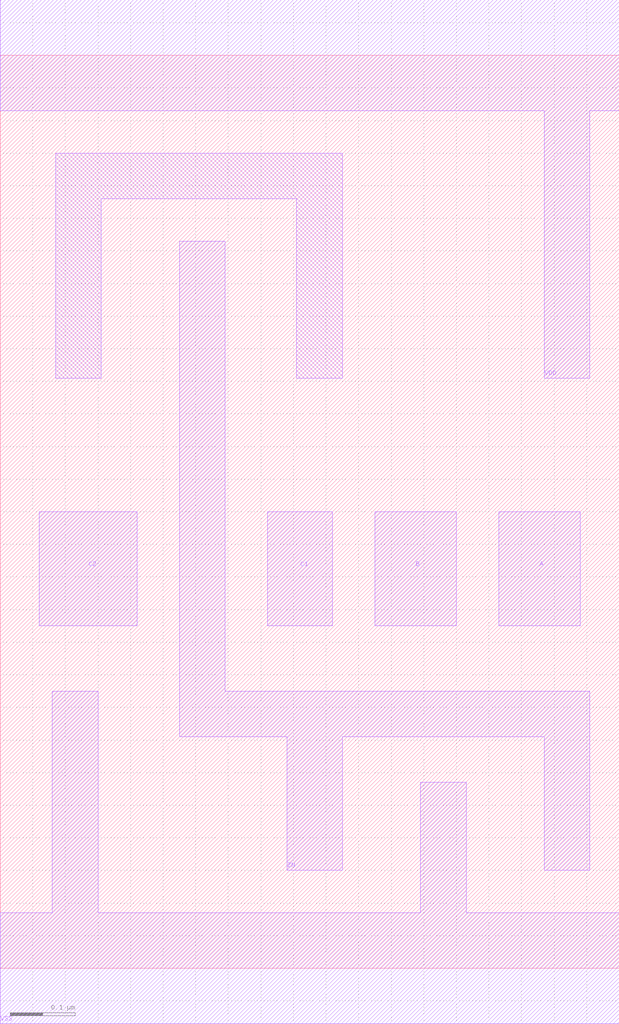
<source format=lef>
# 
# ******************************************************************************
# *                                                                            *
# *                   Copyright (C) 2004-2010, Nangate Inc.                    *
# *                           All rights reserved.                             *
# *                                                                            *
# * Nangate and the Nangate logo are trademarks of Nangate Inc.                *
# *                                                                            *
# * All trademarks, logos, software marks, and trade names (collectively the   *
# * "Marks") in this program are proprietary to Nangate or other respective    *
# * owners that have granted Nangate the right and license to use such Marks.  *
# * You are not permitted to use the Marks without the prior written consent   *
# * of Nangate or such third party that may own the Marks.                     *
# *                                                                            *
# * This file has been provided pursuant to a License Agreement containing     *
# * restrictions on its use. This file contains valuable trade secrets and     *
# * proprietary information of Nangate Inc., and is protected by U.S. and      *
# * international laws and/or treaties.                                        *
# *                                                                            *
# * The copyright notice(s) in this file does not indicate actual or intended  *
# * publication of this file.                                                  *
# *                                                                            *
# *     NGLibraryCreator, v2010.08-HR32-SP3-2010-08-05 - build 1009061800      *
# *                                                                            *
# ******************************************************************************
# 
# 
# Running on brazil06.nangate.com.br for user Giancarlo Franciscatto (gfr).
# Local time is now Fri, 3 Dec 2010, 19:32:18.
# Main process id is 27821.

VERSION 5.6 ;
BUSBITCHARS "[]" ;
DIVIDERCHAR "/" ;

MACRO AOI211_X1
  CLASS core ;
  FOREIGN AOI211_X1 0.0 0.0 ;
  ORIGIN 0 0 ;
  SYMMETRY X Y ;
  SITE FreePDK45_38x28_10R_NP_162NW_34O ;
  SIZE 0.95 BY 1.4 ;
  PIN A
    DIRECTION INPUT ;
    ANTENNAPARTIALMETALAREA 0.021875 LAYER metal1 ;
    ANTENNAPARTIALMETALSIDEAREA 0.078 LAYER metal1 ;
    ANTENNAGATEAREA 0.05225 ;
    PORT
      LAYER metal1 ;
        POLYGON 0.765 0.525 0.89 0.525 0.89 0.7 0.765 0.7  ;
    END
  END A
  PIN B
    DIRECTION INPUT ;
    ANTENNAPARTIALMETALAREA 0.021875 LAYER metal1 ;
    ANTENNAPARTIALMETALSIDEAREA 0.078 LAYER metal1 ;
    ANTENNAGATEAREA 0.05225 ;
    PORT
      LAYER metal1 ;
        POLYGON 0.575 0.525 0.7 0.525 0.7 0.7 0.575 0.7  ;
    END
  END B
  PIN C1
    DIRECTION INPUT ;
    ANTENNAPARTIALMETALAREA 0.0175 LAYER metal1 ;
    ANTENNAPARTIALMETALSIDEAREA 0.0715 LAYER metal1 ;
    ANTENNAGATEAREA 0.05225 ;
    PORT
      LAYER metal1 ;
        POLYGON 0.41 0.525 0.51 0.525 0.51 0.7 0.41 0.7  ;
    END
  END C1
  PIN C2
    DIRECTION INPUT ;
    ANTENNAPARTIALMETALAREA 0.02625 LAYER metal1 ;
    ANTENNAPARTIALMETALSIDEAREA 0.0845 LAYER metal1 ;
    ANTENNAGATEAREA 0.05225 ;
    PORT
      LAYER metal1 ;
        POLYGON 0.06 0.525 0.21 0.525 0.21 0.7 0.06 0.7  ;
    END
  END C2
  PIN ZN
    DIRECTION OUTPUT ;
    ANTENNAPARTIALMETALAREA 0.124175 LAYER metal1 ;
    ANTENNAPARTIALMETALSIDEAREA 0.468 LAYER metal1 ;
    ANTENNADIFFAREA 0.189875 ;
    PORT
      LAYER metal1 ;
        POLYGON 0.275 0.355 0.44 0.355 0.44 0.15 0.525 0.15 0.525 0.355 0.835 0.355 0.835 0.15 0.905 0.15 0.905 0.425 0.345 0.425 0.345 1.115 0.275 1.115  ;
    END
  END ZN
  PIN VDD
    DIRECTION INOUT ;
    USE power ;
    SHAPE ABUTMENT ;
    PORT
      LAYER metal1 ;
        POLYGON 0 1.315 0.525 1.315 0.835 1.315 0.835 0.905 0.905 0.905 0.905 1.315 0.95 1.315 0.95 1.485 0.525 1.485 0 1.485  ;
    END
  END VDD
  PIN VSS
    DIRECTION INOUT ;
    USE ground ;
    SHAPE ABUTMENT ;
    PORT
      LAYER metal1 ;
        POLYGON 0 -0.085 0.95 -0.085 0.95 0.085 0.715 0.085 0.715 0.285 0.645 0.285 0.645 0.085 0.15 0.085 0.15 0.425 0.08 0.425 0.08 0.085 0 0.085  ;
    END
  END VSS
  OBS
      LAYER metal1 ;
        POLYGON 0.085 0.905 0.155 0.905 0.155 1.18 0.455 1.18 0.455 0.905 0.525 0.905 0.525 1.25 0.085 1.25  ;
  END
END AOI211_X1

END LIBRARY
#
# End of file
#

</source>
